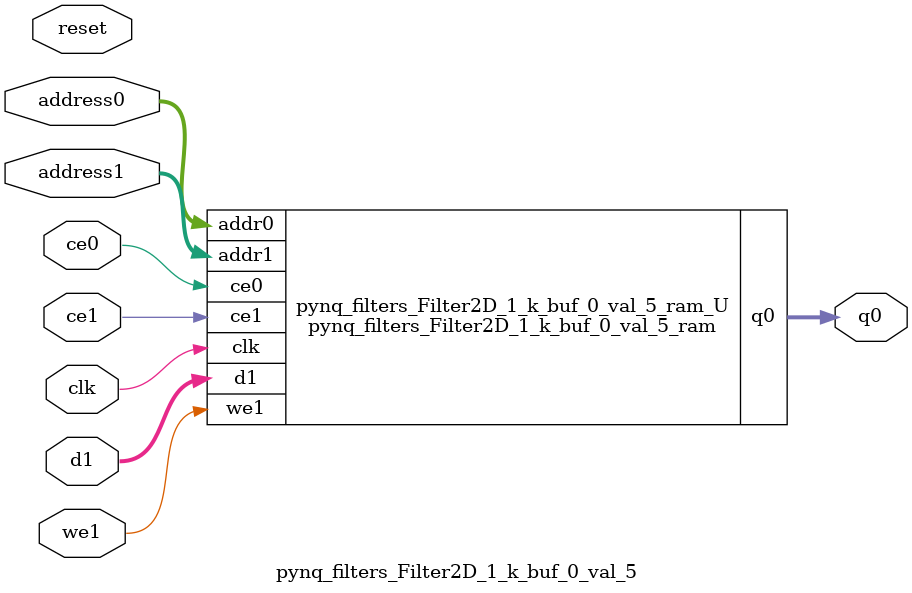
<source format=v>

`timescale 1 ns / 1 ps
module pynq_filters_Filter2D_1_k_buf_0_val_5_ram (addr0, ce0, q0, addr1, ce1, d1, we1,  clk);

parameter DWIDTH = 8;
parameter AWIDTH = 10;
parameter MEM_SIZE = 640;

input[AWIDTH-1:0] addr0;
input ce0;
output reg[DWIDTH-1:0] q0;
input[AWIDTH-1:0] addr1;
input ce1;
input[DWIDTH-1:0] d1;
input we1;
input clk;

(* ram_style = "block" *)reg [DWIDTH-1:0] ram[MEM_SIZE-1:0];




always @(posedge clk)  
begin 
    if (ce0) 
    begin
            q0 <= ram[addr0];
    end
end


always @(posedge clk)  
begin 
    if (ce1) 
    begin
        if (we1) 
        begin 
            ram[addr1] <= d1; 
        end 
    end
end


endmodule


`timescale 1 ns / 1 ps
module pynq_filters_Filter2D_1_k_buf_0_val_5(
    reset,
    clk,
    address0,
    ce0,
    q0,
    address1,
    ce1,
    we1,
    d1);

parameter DataWidth = 32'd8;
parameter AddressRange = 32'd640;
parameter AddressWidth = 32'd10;
input reset;
input clk;
input[AddressWidth - 1:0] address0;
input ce0;
output[DataWidth - 1:0] q0;
input[AddressWidth - 1:0] address1;
input ce1;
input we1;
input[DataWidth - 1:0] d1;



pynq_filters_Filter2D_1_k_buf_0_val_5_ram pynq_filters_Filter2D_1_k_buf_0_val_5_ram_U(
    .clk( clk ),
    .addr0( address0 ),
    .ce0( ce0 ),
    .q0( q0 ),
    .addr1( address1 ),
    .ce1( ce1 ),
    .d1( d1 ),
    .we1( we1 ));

endmodule


</source>
